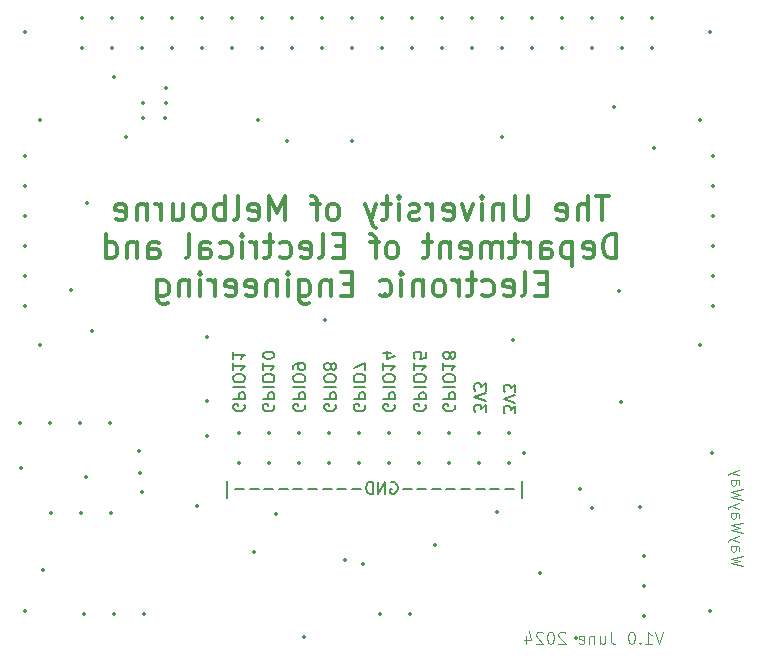
<source format=gbo>
%TF.GenerationSoftware,KiCad,Pcbnew,7.0.10*%
%TF.CreationDate,2024-08-04T17:12:35+10:00*%
%TF.ProjectId,AI4R-PIHAT,41493452-2d50-4494-9841-542e6b696361,rev?*%
%TF.SameCoordinates,Original*%
%TF.FileFunction,Legend,Bot*%
%TF.FilePolarity,Positive*%
%FSLAX46Y46*%
G04 Gerber Fmt 4.6, Leading zero omitted, Abs format (unit mm)*
G04 Created by KiCad (PCBNEW 7.0.10) date 2024-08-04 17:12:35*
%MOMM*%
%LPD*%
G01*
G04 APERTURE LIST*
%ADD10C,0.150000*%
%ADD11C,0.100000*%
%ADD12C,0.300000*%
%ADD13C,0.350000*%
G04 APERTURE END LIST*
D10*
X51882561Y-47039411D02*
X51930180Y-47134649D01*
X51930180Y-47134649D02*
X51930180Y-47277506D01*
X51930180Y-47277506D02*
X51882561Y-47420363D01*
X51882561Y-47420363D02*
X51787323Y-47515601D01*
X51787323Y-47515601D02*
X51692085Y-47563220D01*
X51692085Y-47563220D02*
X51501609Y-47610839D01*
X51501609Y-47610839D02*
X51358752Y-47610839D01*
X51358752Y-47610839D02*
X51168276Y-47563220D01*
X51168276Y-47563220D02*
X51073038Y-47515601D01*
X51073038Y-47515601D02*
X50977800Y-47420363D01*
X50977800Y-47420363D02*
X50930180Y-47277506D01*
X50930180Y-47277506D02*
X50930180Y-47182268D01*
X50930180Y-47182268D02*
X50977800Y-47039411D01*
X50977800Y-47039411D02*
X51025419Y-46991792D01*
X51025419Y-46991792D02*
X51358752Y-46991792D01*
X51358752Y-46991792D02*
X51358752Y-47182268D01*
X50930180Y-46563220D02*
X51930180Y-46563220D01*
X51930180Y-46563220D02*
X51930180Y-46182268D01*
X51930180Y-46182268D02*
X51882561Y-46087030D01*
X51882561Y-46087030D02*
X51834942Y-46039411D01*
X51834942Y-46039411D02*
X51739704Y-45991792D01*
X51739704Y-45991792D02*
X51596847Y-45991792D01*
X51596847Y-45991792D02*
X51501609Y-46039411D01*
X51501609Y-46039411D02*
X51453990Y-46087030D01*
X51453990Y-46087030D02*
X51406371Y-46182268D01*
X51406371Y-46182268D02*
X51406371Y-46563220D01*
X50930180Y-45563220D02*
X51930180Y-45563220D01*
X51930180Y-44896554D02*
X51930180Y-44706078D01*
X51930180Y-44706078D02*
X51882561Y-44610840D01*
X51882561Y-44610840D02*
X51787323Y-44515602D01*
X51787323Y-44515602D02*
X51596847Y-44467983D01*
X51596847Y-44467983D02*
X51263514Y-44467983D01*
X51263514Y-44467983D02*
X51073038Y-44515602D01*
X51073038Y-44515602D02*
X50977800Y-44610840D01*
X50977800Y-44610840D02*
X50930180Y-44706078D01*
X50930180Y-44706078D02*
X50930180Y-44896554D01*
X50930180Y-44896554D02*
X50977800Y-44991792D01*
X50977800Y-44991792D02*
X51073038Y-45087030D01*
X51073038Y-45087030D02*
X51263514Y-45134649D01*
X51263514Y-45134649D02*
X51596847Y-45134649D01*
X51596847Y-45134649D02*
X51787323Y-45087030D01*
X51787323Y-45087030D02*
X51882561Y-44991792D01*
X51882561Y-44991792D02*
X51930180Y-44896554D01*
X50930180Y-43515602D02*
X50930180Y-44087030D01*
X50930180Y-43801316D02*
X51930180Y-43801316D01*
X51930180Y-43801316D02*
X51787323Y-43896554D01*
X51787323Y-43896554D02*
X51692085Y-43991792D01*
X51692085Y-43991792D02*
X51644466Y-44087030D01*
X51501609Y-42944173D02*
X51549228Y-43039411D01*
X51549228Y-43039411D02*
X51596847Y-43087030D01*
X51596847Y-43087030D02*
X51692085Y-43134649D01*
X51692085Y-43134649D02*
X51739704Y-43134649D01*
X51739704Y-43134649D02*
X51834942Y-43087030D01*
X51834942Y-43087030D02*
X51882561Y-43039411D01*
X51882561Y-43039411D02*
X51930180Y-42944173D01*
X51930180Y-42944173D02*
X51930180Y-42753697D01*
X51930180Y-42753697D02*
X51882561Y-42658459D01*
X51882561Y-42658459D02*
X51834942Y-42610840D01*
X51834942Y-42610840D02*
X51739704Y-42563221D01*
X51739704Y-42563221D02*
X51692085Y-42563221D01*
X51692085Y-42563221D02*
X51596847Y-42610840D01*
X51596847Y-42610840D02*
X51549228Y-42658459D01*
X51549228Y-42658459D02*
X51501609Y-42753697D01*
X51501609Y-42753697D02*
X51501609Y-42944173D01*
X51501609Y-42944173D02*
X51453990Y-43039411D01*
X51453990Y-43039411D02*
X51406371Y-43087030D01*
X51406371Y-43087030D02*
X51311133Y-43134649D01*
X51311133Y-43134649D02*
X51120657Y-43134649D01*
X51120657Y-43134649D02*
X51025419Y-43087030D01*
X51025419Y-43087030D02*
X50977800Y-43039411D01*
X50977800Y-43039411D02*
X50930180Y-42944173D01*
X50930180Y-42944173D02*
X50930180Y-42753697D01*
X50930180Y-42753697D02*
X50977800Y-42658459D01*
X50977800Y-42658459D02*
X51025419Y-42610840D01*
X51025419Y-42610840D02*
X51120657Y-42563221D01*
X51120657Y-42563221D02*
X51311133Y-42563221D01*
X51311133Y-42563221D02*
X51406371Y-42610840D01*
X51406371Y-42610840D02*
X51453990Y-42658459D01*
X51453990Y-42658459D02*
X51501609Y-42753697D01*
X49382561Y-47039411D02*
X49430180Y-47134649D01*
X49430180Y-47134649D02*
X49430180Y-47277506D01*
X49430180Y-47277506D02*
X49382561Y-47420363D01*
X49382561Y-47420363D02*
X49287323Y-47515601D01*
X49287323Y-47515601D02*
X49192085Y-47563220D01*
X49192085Y-47563220D02*
X49001609Y-47610839D01*
X49001609Y-47610839D02*
X48858752Y-47610839D01*
X48858752Y-47610839D02*
X48668276Y-47563220D01*
X48668276Y-47563220D02*
X48573038Y-47515601D01*
X48573038Y-47515601D02*
X48477800Y-47420363D01*
X48477800Y-47420363D02*
X48430180Y-47277506D01*
X48430180Y-47277506D02*
X48430180Y-47182268D01*
X48430180Y-47182268D02*
X48477800Y-47039411D01*
X48477800Y-47039411D02*
X48525419Y-46991792D01*
X48525419Y-46991792D02*
X48858752Y-46991792D01*
X48858752Y-46991792D02*
X48858752Y-47182268D01*
X48430180Y-46563220D02*
X49430180Y-46563220D01*
X49430180Y-46563220D02*
X49430180Y-46182268D01*
X49430180Y-46182268D02*
X49382561Y-46087030D01*
X49382561Y-46087030D02*
X49334942Y-46039411D01*
X49334942Y-46039411D02*
X49239704Y-45991792D01*
X49239704Y-45991792D02*
X49096847Y-45991792D01*
X49096847Y-45991792D02*
X49001609Y-46039411D01*
X49001609Y-46039411D02*
X48953990Y-46087030D01*
X48953990Y-46087030D02*
X48906371Y-46182268D01*
X48906371Y-46182268D02*
X48906371Y-46563220D01*
X48430180Y-45563220D02*
X49430180Y-45563220D01*
X49430180Y-44896554D02*
X49430180Y-44706078D01*
X49430180Y-44706078D02*
X49382561Y-44610840D01*
X49382561Y-44610840D02*
X49287323Y-44515602D01*
X49287323Y-44515602D02*
X49096847Y-44467983D01*
X49096847Y-44467983D02*
X48763514Y-44467983D01*
X48763514Y-44467983D02*
X48573038Y-44515602D01*
X48573038Y-44515602D02*
X48477800Y-44610840D01*
X48477800Y-44610840D02*
X48430180Y-44706078D01*
X48430180Y-44706078D02*
X48430180Y-44896554D01*
X48430180Y-44896554D02*
X48477800Y-44991792D01*
X48477800Y-44991792D02*
X48573038Y-45087030D01*
X48573038Y-45087030D02*
X48763514Y-45134649D01*
X48763514Y-45134649D02*
X49096847Y-45134649D01*
X49096847Y-45134649D02*
X49287323Y-45087030D01*
X49287323Y-45087030D02*
X49382561Y-44991792D01*
X49382561Y-44991792D02*
X49430180Y-44896554D01*
X48430180Y-43515602D02*
X48430180Y-44087030D01*
X48430180Y-43801316D02*
X49430180Y-43801316D01*
X49430180Y-43801316D02*
X49287323Y-43896554D01*
X49287323Y-43896554D02*
X49192085Y-43991792D01*
X49192085Y-43991792D02*
X49144466Y-44087030D01*
X49430180Y-42610840D02*
X49430180Y-43087030D01*
X49430180Y-43087030D02*
X48953990Y-43134649D01*
X48953990Y-43134649D02*
X49001609Y-43087030D01*
X49001609Y-43087030D02*
X49049228Y-42991792D01*
X49049228Y-42991792D02*
X49049228Y-42753697D01*
X49049228Y-42753697D02*
X49001609Y-42658459D01*
X49001609Y-42658459D02*
X48953990Y-42610840D01*
X48953990Y-42610840D02*
X48858752Y-42563221D01*
X48858752Y-42563221D02*
X48620657Y-42563221D01*
X48620657Y-42563221D02*
X48525419Y-42610840D01*
X48525419Y-42610840D02*
X48477800Y-42658459D01*
X48477800Y-42658459D02*
X48430180Y-42753697D01*
X48430180Y-42753697D02*
X48430180Y-42991792D01*
X48430180Y-42991792D02*
X48477800Y-43087030D01*
X48477800Y-43087030D02*
X48525419Y-43134649D01*
D11*
X69538972Y-66272419D02*
X69205639Y-67272419D01*
X69205639Y-67272419D02*
X68872306Y-66272419D01*
X68015163Y-67272419D02*
X68586591Y-67272419D01*
X68300877Y-67272419D02*
X68300877Y-66272419D01*
X68300877Y-66272419D02*
X68396115Y-66415276D01*
X68396115Y-66415276D02*
X68491353Y-66510514D01*
X68491353Y-66510514D02*
X68586591Y-66558133D01*
X67586591Y-67177180D02*
X67538972Y-67224800D01*
X67538972Y-67224800D02*
X67586591Y-67272419D01*
X67586591Y-67272419D02*
X67634210Y-67224800D01*
X67634210Y-67224800D02*
X67586591Y-67177180D01*
X67586591Y-67177180D02*
X67586591Y-67272419D01*
X66919925Y-66272419D02*
X66824687Y-66272419D01*
X66824687Y-66272419D02*
X66729449Y-66320038D01*
X66729449Y-66320038D02*
X66681830Y-66367657D01*
X66681830Y-66367657D02*
X66634211Y-66462895D01*
X66634211Y-66462895D02*
X66586592Y-66653371D01*
X66586592Y-66653371D02*
X66586592Y-66891466D01*
X66586592Y-66891466D02*
X66634211Y-67081942D01*
X66634211Y-67081942D02*
X66681830Y-67177180D01*
X66681830Y-67177180D02*
X66729449Y-67224800D01*
X66729449Y-67224800D02*
X66824687Y-67272419D01*
X66824687Y-67272419D02*
X66919925Y-67272419D01*
X66919925Y-67272419D02*
X67015163Y-67224800D01*
X67015163Y-67224800D02*
X67062782Y-67177180D01*
X67062782Y-67177180D02*
X67110401Y-67081942D01*
X67110401Y-67081942D02*
X67158020Y-66891466D01*
X67158020Y-66891466D02*
X67158020Y-66653371D01*
X67158020Y-66653371D02*
X67110401Y-66462895D01*
X67110401Y-66462895D02*
X67062782Y-66367657D01*
X67062782Y-66367657D02*
X67015163Y-66320038D01*
X67015163Y-66320038D02*
X66919925Y-66272419D01*
X65110401Y-66272419D02*
X65110401Y-66986704D01*
X65110401Y-66986704D02*
X65158020Y-67129561D01*
X65158020Y-67129561D02*
X65253258Y-67224800D01*
X65253258Y-67224800D02*
X65396115Y-67272419D01*
X65396115Y-67272419D02*
X65491353Y-67272419D01*
X64205639Y-66605752D02*
X64205639Y-67272419D01*
X64634210Y-66605752D02*
X64634210Y-67129561D01*
X64634210Y-67129561D02*
X64586591Y-67224800D01*
X64586591Y-67224800D02*
X64491353Y-67272419D01*
X64491353Y-67272419D02*
X64348496Y-67272419D01*
X64348496Y-67272419D02*
X64253258Y-67224800D01*
X64253258Y-67224800D02*
X64205639Y-67177180D01*
X63729448Y-66605752D02*
X63729448Y-67272419D01*
X63729448Y-66700990D02*
X63681829Y-66653371D01*
X63681829Y-66653371D02*
X63586591Y-66605752D01*
X63586591Y-66605752D02*
X63443734Y-66605752D01*
X63443734Y-66605752D02*
X63348496Y-66653371D01*
X63348496Y-66653371D02*
X63300877Y-66748609D01*
X63300877Y-66748609D02*
X63300877Y-67272419D01*
X62443734Y-67224800D02*
X62538972Y-67272419D01*
X62538972Y-67272419D02*
X62729448Y-67272419D01*
X62729448Y-67272419D02*
X62824686Y-67224800D01*
X62824686Y-67224800D02*
X62872305Y-67129561D01*
X62872305Y-67129561D02*
X62872305Y-66748609D01*
X62872305Y-66748609D02*
X62824686Y-66653371D01*
X62824686Y-66653371D02*
X62729448Y-66605752D01*
X62729448Y-66605752D02*
X62538972Y-66605752D01*
X62538972Y-66605752D02*
X62443734Y-66653371D01*
X62443734Y-66653371D02*
X62396115Y-66748609D01*
X62396115Y-66748609D02*
X62396115Y-66843847D01*
X62396115Y-66843847D02*
X62872305Y-66939085D01*
X61253257Y-66367657D02*
X61205638Y-66320038D01*
X61205638Y-66320038D02*
X61110400Y-66272419D01*
X61110400Y-66272419D02*
X60872305Y-66272419D01*
X60872305Y-66272419D02*
X60777067Y-66320038D01*
X60777067Y-66320038D02*
X60729448Y-66367657D01*
X60729448Y-66367657D02*
X60681829Y-66462895D01*
X60681829Y-66462895D02*
X60681829Y-66558133D01*
X60681829Y-66558133D02*
X60729448Y-66700990D01*
X60729448Y-66700990D02*
X61300876Y-67272419D01*
X61300876Y-67272419D02*
X60681829Y-67272419D01*
X60062781Y-66272419D02*
X59967543Y-66272419D01*
X59967543Y-66272419D02*
X59872305Y-66320038D01*
X59872305Y-66320038D02*
X59824686Y-66367657D01*
X59824686Y-66367657D02*
X59777067Y-66462895D01*
X59777067Y-66462895D02*
X59729448Y-66653371D01*
X59729448Y-66653371D02*
X59729448Y-66891466D01*
X59729448Y-66891466D02*
X59777067Y-67081942D01*
X59777067Y-67081942D02*
X59824686Y-67177180D01*
X59824686Y-67177180D02*
X59872305Y-67224800D01*
X59872305Y-67224800D02*
X59967543Y-67272419D01*
X59967543Y-67272419D02*
X60062781Y-67272419D01*
X60062781Y-67272419D02*
X60158019Y-67224800D01*
X60158019Y-67224800D02*
X60205638Y-67177180D01*
X60205638Y-67177180D02*
X60253257Y-67081942D01*
X60253257Y-67081942D02*
X60300876Y-66891466D01*
X60300876Y-66891466D02*
X60300876Y-66653371D01*
X60300876Y-66653371D02*
X60253257Y-66462895D01*
X60253257Y-66462895D02*
X60205638Y-66367657D01*
X60205638Y-66367657D02*
X60158019Y-66320038D01*
X60158019Y-66320038D02*
X60062781Y-66272419D01*
X59348495Y-66367657D02*
X59300876Y-66320038D01*
X59300876Y-66320038D02*
X59205638Y-66272419D01*
X59205638Y-66272419D02*
X58967543Y-66272419D01*
X58967543Y-66272419D02*
X58872305Y-66320038D01*
X58872305Y-66320038D02*
X58824686Y-66367657D01*
X58824686Y-66367657D02*
X58777067Y-66462895D01*
X58777067Y-66462895D02*
X58777067Y-66558133D01*
X58777067Y-66558133D02*
X58824686Y-66700990D01*
X58824686Y-66700990D02*
X59396114Y-67272419D01*
X59396114Y-67272419D02*
X58777067Y-67272419D01*
X57919924Y-66605752D02*
X57919924Y-67272419D01*
X58158019Y-66224800D02*
X58396114Y-66939085D01*
X58396114Y-66939085D02*
X57777067Y-66939085D01*
D10*
X39182561Y-47039411D02*
X39230180Y-47134649D01*
X39230180Y-47134649D02*
X39230180Y-47277506D01*
X39230180Y-47277506D02*
X39182561Y-47420363D01*
X39182561Y-47420363D02*
X39087323Y-47515601D01*
X39087323Y-47515601D02*
X38992085Y-47563220D01*
X38992085Y-47563220D02*
X38801609Y-47610839D01*
X38801609Y-47610839D02*
X38658752Y-47610839D01*
X38658752Y-47610839D02*
X38468276Y-47563220D01*
X38468276Y-47563220D02*
X38373038Y-47515601D01*
X38373038Y-47515601D02*
X38277800Y-47420363D01*
X38277800Y-47420363D02*
X38230180Y-47277506D01*
X38230180Y-47277506D02*
X38230180Y-47182268D01*
X38230180Y-47182268D02*
X38277800Y-47039411D01*
X38277800Y-47039411D02*
X38325419Y-46991792D01*
X38325419Y-46991792D02*
X38658752Y-46991792D01*
X38658752Y-46991792D02*
X38658752Y-47182268D01*
X38230180Y-46563220D02*
X39230180Y-46563220D01*
X39230180Y-46563220D02*
X39230180Y-46182268D01*
X39230180Y-46182268D02*
X39182561Y-46087030D01*
X39182561Y-46087030D02*
X39134942Y-46039411D01*
X39134942Y-46039411D02*
X39039704Y-45991792D01*
X39039704Y-45991792D02*
X38896847Y-45991792D01*
X38896847Y-45991792D02*
X38801609Y-46039411D01*
X38801609Y-46039411D02*
X38753990Y-46087030D01*
X38753990Y-46087030D02*
X38706371Y-46182268D01*
X38706371Y-46182268D02*
X38706371Y-46563220D01*
X38230180Y-45563220D02*
X39230180Y-45563220D01*
X39230180Y-44896554D02*
X39230180Y-44706078D01*
X39230180Y-44706078D02*
X39182561Y-44610840D01*
X39182561Y-44610840D02*
X39087323Y-44515602D01*
X39087323Y-44515602D02*
X38896847Y-44467983D01*
X38896847Y-44467983D02*
X38563514Y-44467983D01*
X38563514Y-44467983D02*
X38373038Y-44515602D01*
X38373038Y-44515602D02*
X38277800Y-44610840D01*
X38277800Y-44610840D02*
X38230180Y-44706078D01*
X38230180Y-44706078D02*
X38230180Y-44896554D01*
X38230180Y-44896554D02*
X38277800Y-44991792D01*
X38277800Y-44991792D02*
X38373038Y-45087030D01*
X38373038Y-45087030D02*
X38563514Y-45134649D01*
X38563514Y-45134649D02*
X38896847Y-45134649D01*
X38896847Y-45134649D02*
X39087323Y-45087030D01*
X39087323Y-45087030D02*
X39182561Y-44991792D01*
X39182561Y-44991792D02*
X39230180Y-44896554D01*
X38230180Y-43991792D02*
X38230180Y-43801316D01*
X38230180Y-43801316D02*
X38277800Y-43706078D01*
X38277800Y-43706078D02*
X38325419Y-43658459D01*
X38325419Y-43658459D02*
X38468276Y-43563221D01*
X38468276Y-43563221D02*
X38658752Y-43515602D01*
X38658752Y-43515602D02*
X39039704Y-43515602D01*
X39039704Y-43515602D02*
X39134942Y-43563221D01*
X39134942Y-43563221D02*
X39182561Y-43610840D01*
X39182561Y-43610840D02*
X39230180Y-43706078D01*
X39230180Y-43706078D02*
X39230180Y-43896554D01*
X39230180Y-43896554D02*
X39182561Y-43991792D01*
X39182561Y-43991792D02*
X39134942Y-44039411D01*
X39134942Y-44039411D02*
X39039704Y-44087030D01*
X39039704Y-44087030D02*
X38801609Y-44087030D01*
X38801609Y-44087030D02*
X38706371Y-44039411D01*
X38706371Y-44039411D02*
X38658752Y-43991792D01*
X38658752Y-43991792D02*
X38611133Y-43896554D01*
X38611133Y-43896554D02*
X38611133Y-43706078D01*
X38611133Y-43706078D02*
X38658752Y-43610840D01*
X38658752Y-43610840D02*
X38706371Y-43563221D01*
X38706371Y-43563221D02*
X38801609Y-43515602D01*
X57625125Y-54903152D02*
X57625125Y-53474580D01*
X56910839Y-54188866D02*
X56148935Y-54188866D01*
X55672744Y-54188866D02*
X54910840Y-54188866D01*
X54434649Y-54188866D02*
X53672745Y-54188866D01*
X53196554Y-54188866D02*
X52434650Y-54188866D01*
X51958459Y-54188866D02*
X51196555Y-54188866D01*
X50720364Y-54188866D02*
X49958460Y-54188866D01*
X49482269Y-54188866D02*
X48720365Y-54188866D01*
X48244174Y-54188866D02*
X47482270Y-54188866D01*
X46482270Y-53617438D02*
X46577508Y-53569819D01*
X46577508Y-53569819D02*
X46720365Y-53569819D01*
X46720365Y-53569819D02*
X46863222Y-53617438D01*
X46863222Y-53617438D02*
X46958460Y-53712676D01*
X46958460Y-53712676D02*
X47006079Y-53807914D01*
X47006079Y-53807914D02*
X47053698Y-53998390D01*
X47053698Y-53998390D02*
X47053698Y-54141247D01*
X47053698Y-54141247D02*
X47006079Y-54331723D01*
X47006079Y-54331723D02*
X46958460Y-54426961D01*
X46958460Y-54426961D02*
X46863222Y-54522200D01*
X46863222Y-54522200D02*
X46720365Y-54569819D01*
X46720365Y-54569819D02*
X46625127Y-54569819D01*
X46625127Y-54569819D02*
X46482270Y-54522200D01*
X46482270Y-54522200D02*
X46434651Y-54474580D01*
X46434651Y-54474580D02*
X46434651Y-54141247D01*
X46434651Y-54141247D02*
X46625127Y-54141247D01*
X46006079Y-54569819D02*
X46006079Y-53569819D01*
X46006079Y-53569819D02*
X45434651Y-54569819D01*
X45434651Y-54569819D02*
X45434651Y-53569819D01*
X44958460Y-54569819D02*
X44958460Y-53569819D01*
X44958460Y-53569819D02*
X44720365Y-53569819D01*
X44720365Y-53569819D02*
X44577508Y-53617438D01*
X44577508Y-53617438D02*
X44482270Y-53712676D01*
X44482270Y-53712676D02*
X44434651Y-53807914D01*
X44434651Y-53807914D02*
X44387032Y-53998390D01*
X44387032Y-53998390D02*
X44387032Y-54141247D01*
X44387032Y-54141247D02*
X44434651Y-54331723D01*
X44434651Y-54331723D02*
X44482270Y-54426961D01*
X44482270Y-54426961D02*
X44577508Y-54522200D01*
X44577508Y-54522200D02*
X44720365Y-54569819D01*
X44720365Y-54569819D02*
X44958460Y-54569819D01*
X43958460Y-54188866D02*
X43196556Y-54188866D01*
X42720365Y-54188866D02*
X41958461Y-54188866D01*
X41482270Y-54188866D02*
X40720366Y-54188866D01*
X40244175Y-54188866D02*
X39482271Y-54188866D01*
X39006080Y-54188866D02*
X38244176Y-54188866D01*
X37767985Y-54188866D02*
X37006081Y-54188866D01*
X36529890Y-54188866D02*
X35767986Y-54188866D01*
X35291795Y-54188866D02*
X34529891Y-54188866D01*
X34053700Y-54188866D02*
X33291796Y-54188866D01*
X32577510Y-54903152D02*
X32577510Y-53474580D01*
X54530180Y-47658458D02*
X54530180Y-47039411D01*
X54530180Y-47039411D02*
X54149228Y-47372744D01*
X54149228Y-47372744D02*
X54149228Y-47229887D01*
X54149228Y-47229887D02*
X54101609Y-47134649D01*
X54101609Y-47134649D02*
X54053990Y-47087030D01*
X54053990Y-47087030D02*
X53958752Y-47039411D01*
X53958752Y-47039411D02*
X53720657Y-47039411D01*
X53720657Y-47039411D02*
X53625419Y-47087030D01*
X53625419Y-47087030D02*
X53577800Y-47134649D01*
X53577800Y-47134649D02*
X53530180Y-47229887D01*
X53530180Y-47229887D02*
X53530180Y-47515601D01*
X53530180Y-47515601D02*
X53577800Y-47610839D01*
X53577800Y-47610839D02*
X53625419Y-47658458D01*
X54530180Y-46753696D02*
X53530180Y-46420363D01*
X53530180Y-46420363D02*
X54530180Y-46087030D01*
X54530180Y-45848934D02*
X54530180Y-45229887D01*
X54530180Y-45229887D02*
X54149228Y-45563220D01*
X54149228Y-45563220D02*
X54149228Y-45420363D01*
X54149228Y-45420363D02*
X54101609Y-45325125D01*
X54101609Y-45325125D02*
X54053990Y-45277506D01*
X54053990Y-45277506D02*
X53958752Y-45229887D01*
X53958752Y-45229887D02*
X53720657Y-45229887D01*
X53720657Y-45229887D02*
X53625419Y-45277506D01*
X53625419Y-45277506D02*
X53577800Y-45325125D01*
X53577800Y-45325125D02*
X53530180Y-45420363D01*
X53530180Y-45420363D02*
X53530180Y-45706077D01*
X53530180Y-45706077D02*
X53577800Y-45801315D01*
X53577800Y-45801315D02*
X53625419Y-45848934D01*
X46782561Y-47039411D02*
X46830180Y-47134649D01*
X46830180Y-47134649D02*
X46830180Y-47277506D01*
X46830180Y-47277506D02*
X46782561Y-47420363D01*
X46782561Y-47420363D02*
X46687323Y-47515601D01*
X46687323Y-47515601D02*
X46592085Y-47563220D01*
X46592085Y-47563220D02*
X46401609Y-47610839D01*
X46401609Y-47610839D02*
X46258752Y-47610839D01*
X46258752Y-47610839D02*
X46068276Y-47563220D01*
X46068276Y-47563220D02*
X45973038Y-47515601D01*
X45973038Y-47515601D02*
X45877800Y-47420363D01*
X45877800Y-47420363D02*
X45830180Y-47277506D01*
X45830180Y-47277506D02*
X45830180Y-47182268D01*
X45830180Y-47182268D02*
X45877800Y-47039411D01*
X45877800Y-47039411D02*
X45925419Y-46991792D01*
X45925419Y-46991792D02*
X46258752Y-46991792D01*
X46258752Y-46991792D02*
X46258752Y-47182268D01*
X45830180Y-46563220D02*
X46830180Y-46563220D01*
X46830180Y-46563220D02*
X46830180Y-46182268D01*
X46830180Y-46182268D02*
X46782561Y-46087030D01*
X46782561Y-46087030D02*
X46734942Y-46039411D01*
X46734942Y-46039411D02*
X46639704Y-45991792D01*
X46639704Y-45991792D02*
X46496847Y-45991792D01*
X46496847Y-45991792D02*
X46401609Y-46039411D01*
X46401609Y-46039411D02*
X46353990Y-46087030D01*
X46353990Y-46087030D02*
X46306371Y-46182268D01*
X46306371Y-46182268D02*
X46306371Y-46563220D01*
X45830180Y-45563220D02*
X46830180Y-45563220D01*
X46830180Y-44896554D02*
X46830180Y-44706078D01*
X46830180Y-44706078D02*
X46782561Y-44610840D01*
X46782561Y-44610840D02*
X46687323Y-44515602D01*
X46687323Y-44515602D02*
X46496847Y-44467983D01*
X46496847Y-44467983D02*
X46163514Y-44467983D01*
X46163514Y-44467983D02*
X45973038Y-44515602D01*
X45973038Y-44515602D02*
X45877800Y-44610840D01*
X45877800Y-44610840D02*
X45830180Y-44706078D01*
X45830180Y-44706078D02*
X45830180Y-44896554D01*
X45830180Y-44896554D02*
X45877800Y-44991792D01*
X45877800Y-44991792D02*
X45973038Y-45087030D01*
X45973038Y-45087030D02*
X46163514Y-45134649D01*
X46163514Y-45134649D02*
X46496847Y-45134649D01*
X46496847Y-45134649D02*
X46687323Y-45087030D01*
X46687323Y-45087030D02*
X46782561Y-44991792D01*
X46782561Y-44991792D02*
X46830180Y-44896554D01*
X45830180Y-43515602D02*
X45830180Y-44087030D01*
X45830180Y-43801316D02*
X46830180Y-43801316D01*
X46830180Y-43801316D02*
X46687323Y-43896554D01*
X46687323Y-43896554D02*
X46592085Y-43991792D01*
X46592085Y-43991792D02*
X46544466Y-44087030D01*
X46496847Y-42658459D02*
X45830180Y-42658459D01*
X46877800Y-42896554D02*
X46163514Y-43134649D01*
X46163514Y-43134649D02*
X46163514Y-42515602D01*
X57030180Y-47758458D02*
X57030180Y-47139411D01*
X57030180Y-47139411D02*
X56649228Y-47472744D01*
X56649228Y-47472744D02*
X56649228Y-47329887D01*
X56649228Y-47329887D02*
X56601609Y-47234649D01*
X56601609Y-47234649D02*
X56553990Y-47187030D01*
X56553990Y-47187030D02*
X56458752Y-47139411D01*
X56458752Y-47139411D02*
X56220657Y-47139411D01*
X56220657Y-47139411D02*
X56125419Y-47187030D01*
X56125419Y-47187030D02*
X56077800Y-47234649D01*
X56077800Y-47234649D02*
X56030180Y-47329887D01*
X56030180Y-47329887D02*
X56030180Y-47615601D01*
X56030180Y-47615601D02*
X56077800Y-47710839D01*
X56077800Y-47710839D02*
X56125419Y-47758458D01*
X57030180Y-46853696D02*
X56030180Y-46520363D01*
X56030180Y-46520363D02*
X57030180Y-46187030D01*
X57030180Y-45948934D02*
X57030180Y-45329887D01*
X57030180Y-45329887D02*
X56649228Y-45663220D01*
X56649228Y-45663220D02*
X56649228Y-45520363D01*
X56649228Y-45520363D02*
X56601609Y-45425125D01*
X56601609Y-45425125D02*
X56553990Y-45377506D01*
X56553990Y-45377506D02*
X56458752Y-45329887D01*
X56458752Y-45329887D02*
X56220657Y-45329887D01*
X56220657Y-45329887D02*
X56125419Y-45377506D01*
X56125419Y-45377506D02*
X56077800Y-45425125D01*
X56077800Y-45425125D02*
X56030180Y-45520363D01*
X56030180Y-45520363D02*
X56030180Y-45806077D01*
X56030180Y-45806077D02*
X56077800Y-45901315D01*
X56077800Y-45901315D02*
X56125419Y-45948934D01*
D12*
X64961906Y-29399638D02*
X63819049Y-29399638D01*
X64390478Y-31399638D02*
X64390478Y-29399638D01*
X63152382Y-31399638D02*
X63152382Y-29399638D01*
X62295239Y-31399638D02*
X62295239Y-30352019D01*
X62295239Y-30352019D02*
X62390477Y-30161542D01*
X62390477Y-30161542D02*
X62580953Y-30066304D01*
X62580953Y-30066304D02*
X62866668Y-30066304D01*
X62866668Y-30066304D02*
X63057144Y-30161542D01*
X63057144Y-30161542D02*
X63152382Y-30256780D01*
X60580953Y-31304400D02*
X60771429Y-31399638D01*
X60771429Y-31399638D02*
X61152382Y-31399638D01*
X61152382Y-31399638D02*
X61342858Y-31304400D01*
X61342858Y-31304400D02*
X61438096Y-31113923D01*
X61438096Y-31113923D02*
X61438096Y-30352019D01*
X61438096Y-30352019D02*
X61342858Y-30161542D01*
X61342858Y-30161542D02*
X61152382Y-30066304D01*
X61152382Y-30066304D02*
X60771429Y-30066304D01*
X60771429Y-30066304D02*
X60580953Y-30161542D01*
X60580953Y-30161542D02*
X60485715Y-30352019D01*
X60485715Y-30352019D02*
X60485715Y-30542495D01*
X60485715Y-30542495D02*
X61438096Y-30732971D01*
X58104762Y-29399638D02*
X58104762Y-31018685D01*
X58104762Y-31018685D02*
X58009524Y-31209161D01*
X58009524Y-31209161D02*
X57914286Y-31304400D01*
X57914286Y-31304400D02*
X57723810Y-31399638D01*
X57723810Y-31399638D02*
X57342857Y-31399638D01*
X57342857Y-31399638D02*
X57152381Y-31304400D01*
X57152381Y-31304400D02*
X57057143Y-31209161D01*
X57057143Y-31209161D02*
X56961905Y-31018685D01*
X56961905Y-31018685D02*
X56961905Y-29399638D01*
X56009524Y-30066304D02*
X56009524Y-31399638D01*
X56009524Y-30256780D02*
X55914286Y-30161542D01*
X55914286Y-30161542D02*
X55723810Y-30066304D01*
X55723810Y-30066304D02*
X55438095Y-30066304D01*
X55438095Y-30066304D02*
X55247619Y-30161542D01*
X55247619Y-30161542D02*
X55152381Y-30352019D01*
X55152381Y-30352019D02*
X55152381Y-31399638D01*
X54200000Y-31399638D02*
X54200000Y-30066304D01*
X54200000Y-29399638D02*
X54295238Y-29494876D01*
X54295238Y-29494876D02*
X54200000Y-29590114D01*
X54200000Y-29590114D02*
X54104762Y-29494876D01*
X54104762Y-29494876D02*
X54200000Y-29399638D01*
X54200000Y-29399638D02*
X54200000Y-29590114D01*
X53438095Y-30066304D02*
X52961905Y-31399638D01*
X52961905Y-31399638D02*
X52485714Y-30066304D01*
X50961904Y-31304400D02*
X51152380Y-31399638D01*
X51152380Y-31399638D02*
X51533333Y-31399638D01*
X51533333Y-31399638D02*
X51723809Y-31304400D01*
X51723809Y-31304400D02*
X51819047Y-31113923D01*
X51819047Y-31113923D02*
X51819047Y-30352019D01*
X51819047Y-30352019D02*
X51723809Y-30161542D01*
X51723809Y-30161542D02*
X51533333Y-30066304D01*
X51533333Y-30066304D02*
X51152380Y-30066304D01*
X51152380Y-30066304D02*
X50961904Y-30161542D01*
X50961904Y-30161542D02*
X50866666Y-30352019D01*
X50866666Y-30352019D02*
X50866666Y-30542495D01*
X50866666Y-30542495D02*
X51819047Y-30732971D01*
X50009523Y-31399638D02*
X50009523Y-30066304D01*
X50009523Y-30447257D02*
X49914285Y-30256780D01*
X49914285Y-30256780D02*
X49819047Y-30161542D01*
X49819047Y-30161542D02*
X49628571Y-30066304D01*
X49628571Y-30066304D02*
X49438094Y-30066304D01*
X48866666Y-31304400D02*
X48676190Y-31399638D01*
X48676190Y-31399638D02*
X48295238Y-31399638D01*
X48295238Y-31399638D02*
X48104761Y-31304400D01*
X48104761Y-31304400D02*
X48009523Y-31113923D01*
X48009523Y-31113923D02*
X48009523Y-31018685D01*
X48009523Y-31018685D02*
X48104761Y-30828209D01*
X48104761Y-30828209D02*
X48295238Y-30732971D01*
X48295238Y-30732971D02*
X48580952Y-30732971D01*
X48580952Y-30732971D02*
X48771428Y-30637733D01*
X48771428Y-30637733D02*
X48866666Y-30447257D01*
X48866666Y-30447257D02*
X48866666Y-30352019D01*
X48866666Y-30352019D02*
X48771428Y-30161542D01*
X48771428Y-30161542D02*
X48580952Y-30066304D01*
X48580952Y-30066304D02*
X48295238Y-30066304D01*
X48295238Y-30066304D02*
X48104761Y-30161542D01*
X47152380Y-31399638D02*
X47152380Y-30066304D01*
X47152380Y-29399638D02*
X47247618Y-29494876D01*
X47247618Y-29494876D02*
X47152380Y-29590114D01*
X47152380Y-29590114D02*
X47057142Y-29494876D01*
X47057142Y-29494876D02*
X47152380Y-29399638D01*
X47152380Y-29399638D02*
X47152380Y-29590114D01*
X46485713Y-30066304D02*
X45723809Y-30066304D01*
X46199999Y-29399638D02*
X46199999Y-31113923D01*
X46199999Y-31113923D02*
X46104761Y-31304400D01*
X46104761Y-31304400D02*
X45914285Y-31399638D01*
X45914285Y-31399638D02*
X45723809Y-31399638D01*
X45247618Y-30066304D02*
X44771428Y-31399638D01*
X44295237Y-30066304D02*
X44771428Y-31399638D01*
X44771428Y-31399638D02*
X44961904Y-31875828D01*
X44961904Y-31875828D02*
X45057142Y-31971066D01*
X45057142Y-31971066D02*
X45247618Y-32066304D01*
X41723808Y-31399638D02*
X41914284Y-31304400D01*
X41914284Y-31304400D02*
X42009522Y-31209161D01*
X42009522Y-31209161D02*
X42104760Y-31018685D01*
X42104760Y-31018685D02*
X42104760Y-30447257D01*
X42104760Y-30447257D02*
X42009522Y-30256780D01*
X42009522Y-30256780D02*
X41914284Y-30161542D01*
X41914284Y-30161542D02*
X41723808Y-30066304D01*
X41723808Y-30066304D02*
X41438093Y-30066304D01*
X41438093Y-30066304D02*
X41247617Y-30161542D01*
X41247617Y-30161542D02*
X41152379Y-30256780D01*
X41152379Y-30256780D02*
X41057141Y-30447257D01*
X41057141Y-30447257D02*
X41057141Y-31018685D01*
X41057141Y-31018685D02*
X41152379Y-31209161D01*
X41152379Y-31209161D02*
X41247617Y-31304400D01*
X41247617Y-31304400D02*
X41438093Y-31399638D01*
X41438093Y-31399638D02*
X41723808Y-31399638D01*
X40485712Y-30066304D02*
X39723808Y-30066304D01*
X40199998Y-31399638D02*
X40199998Y-29685352D01*
X40199998Y-29685352D02*
X40104760Y-29494876D01*
X40104760Y-29494876D02*
X39914284Y-29399638D01*
X39914284Y-29399638D02*
X39723808Y-29399638D01*
X37533331Y-31399638D02*
X37533331Y-29399638D01*
X37533331Y-29399638D02*
X36866664Y-30828209D01*
X36866664Y-30828209D02*
X36199998Y-29399638D01*
X36199998Y-29399638D02*
X36199998Y-31399638D01*
X34485712Y-31304400D02*
X34676188Y-31399638D01*
X34676188Y-31399638D02*
X35057141Y-31399638D01*
X35057141Y-31399638D02*
X35247617Y-31304400D01*
X35247617Y-31304400D02*
X35342855Y-31113923D01*
X35342855Y-31113923D02*
X35342855Y-30352019D01*
X35342855Y-30352019D02*
X35247617Y-30161542D01*
X35247617Y-30161542D02*
X35057141Y-30066304D01*
X35057141Y-30066304D02*
X34676188Y-30066304D01*
X34676188Y-30066304D02*
X34485712Y-30161542D01*
X34485712Y-30161542D02*
X34390474Y-30352019D01*
X34390474Y-30352019D02*
X34390474Y-30542495D01*
X34390474Y-30542495D02*
X35342855Y-30732971D01*
X33247617Y-31399638D02*
X33438093Y-31304400D01*
X33438093Y-31304400D02*
X33533331Y-31113923D01*
X33533331Y-31113923D02*
X33533331Y-29399638D01*
X32485712Y-31399638D02*
X32485712Y-29399638D01*
X32485712Y-30161542D02*
X32295236Y-30066304D01*
X32295236Y-30066304D02*
X31914283Y-30066304D01*
X31914283Y-30066304D02*
X31723807Y-30161542D01*
X31723807Y-30161542D02*
X31628569Y-30256780D01*
X31628569Y-30256780D02*
X31533331Y-30447257D01*
X31533331Y-30447257D02*
X31533331Y-31018685D01*
X31533331Y-31018685D02*
X31628569Y-31209161D01*
X31628569Y-31209161D02*
X31723807Y-31304400D01*
X31723807Y-31304400D02*
X31914283Y-31399638D01*
X31914283Y-31399638D02*
X32295236Y-31399638D01*
X32295236Y-31399638D02*
X32485712Y-31304400D01*
X30390474Y-31399638D02*
X30580950Y-31304400D01*
X30580950Y-31304400D02*
X30676188Y-31209161D01*
X30676188Y-31209161D02*
X30771426Y-31018685D01*
X30771426Y-31018685D02*
X30771426Y-30447257D01*
X30771426Y-30447257D02*
X30676188Y-30256780D01*
X30676188Y-30256780D02*
X30580950Y-30161542D01*
X30580950Y-30161542D02*
X30390474Y-30066304D01*
X30390474Y-30066304D02*
X30104759Y-30066304D01*
X30104759Y-30066304D02*
X29914283Y-30161542D01*
X29914283Y-30161542D02*
X29819045Y-30256780D01*
X29819045Y-30256780D02*
X29723807Y-30447257D01*
X29723807Y-30447257D02*
X29723807Y-31018685D01*
X29723807Y-31018685D02*
X29819045Y-31209161D01*
X29819045Y-31209161D02*
X29914283Y-31304400D01*
X29914283Y-31304400D02*
X30104759Y-31399638D01*
X30104759Y-31399638D02*
X30390474Y-31399638D01*
X28009521Y-30066304D02*
X28009521Y-31399638D01*
X28866664Y-30066304D02*
X28866664Y-31113923D01*
X28866664Y-31113923D02*
X28771426Y-31304400D01*
X28771426Y-31304400D02*
X28580950Y-31399638D01*
X28580950Y-31399638D02*
X28295235Y-31399638D01*
X28295235Y-31399638D02*
X28104759Y-31304400D01*
X28104759Y-31304400D02*
X28009521Y-31209161D01*
X27057140Y-31399638D02*
X27057140Y-30066304D01*
X27057140Y-30447257D02*
X26961902Y-30256780D01*
X26961902Y-30256780D02*
X26866664Y-30161542D01*
X26866664Y-30161542D02*
X26676188Y-30066304D01*
X26676188Y-30066304D02*
X26485711Y-30066304D01*
X25819045Y-30066304D02*
X25819045Y-31399638D01*
X25819045Y-30256780D02*
X25723807Y-30161542D01*
X25723807Y-30161542D02*
X25533331Y-30066304D01*
X25533331Y-30066304D02*
X25247616Y-30066304D01*
X25247616Y-30066304D02*
X25057140Y-30161542D01*
X25057140Y-30161542D02*
X24961902Y-30352019D01*
X24961902Y-30352019D02*
X24961902Y-31399638D01*
X23247616Y-31304400D02*
X23438092Y-31399638D01*
X23438092Y-31399638D02*
X23819045Y-31399638D01*
X23819045Y-31399638D02*
X24009521Y-31304400D01*
X24009521Y-31304400D02*
X24104759Y-31113923D01*
X24104759Y-31113923D02*
X24104759Y-30352019D01*
X24104759Y-30352019D02*
X24009521Y-30161542D01*
X24009521Y-30161542D02*
X23819045Y-30066304D01*
X23819045Y-30066304D02*
X23438092Y-30066304D01*
X23438092Y-30066304D02*
X23247616Y-30161542D01*
X23247616Y-30161542D02*
X23152378Y-30352019D01*
X23152378Y-30352019D02*
X23152378Y-30542495D01*
X23152378Y-30542495D02*
X24104759Y-30732971D01*
X65580954Y-34619638D02*
X65580954Y-32619638D01*
X65580954Y-32619638D02*
X65104764Y-32619638D01*
X65104764Y-32619638D02*
X64819049Y-32714876D01*
X64819049Y-32714876D02*
X64628573Y-32905352D01*
X64628573Y-32905352D02*
X64533335Y-33095828D01*
X64533335Y-33095828D02*
X64438097Y-33476780D01*
X64438097Y-33476780D02*
X64438097Y-33762495D01*
X64438097Y-33762495D02*
X64533335Y-34143447D01*
X64533335Y-34143447D02*
X64628573Y-34333923D01*
X64628573Y-34333923D02*
X64819049Y-34524400D01*
X64819049Y-34524400D02*
X65104764Y-34619638D01*
X65104764Y-34619638D02*
X65580954Y-34619638D01*
X62819049Y-34524400D02*
X63009525Y-34619638D01*
X63009525Y-34619638D02*
X63390478Y-34619638D01*
X63390478Y-34619638D02*
X63580954Y-34524400D01*
X63580954Y-34524400D02*
X63676192Y-34333923D01*
X63676192Y-34333923D02*
X63676192Y-33572019D01*
X63676192Y-33572019D02*
X63580954Y-33381542D01*
X63580954Y-33381542D02*
X63390478Y-33286304D01*
X63390478Y-33286304D02*
X63009525Y-33286304D01*
X63009525Y-33286304D02*
X62819049Y-33381542D01*
X62819049Y-33381542D02*
X62723811Y-33572019D01*
X62723811Y-33572019D02*
X62723811Y-33762495D01*
X62723811Y-33762495D02*
X63676192Y-33952971D01*
X61866668Y-33286304D02*
X61866668Y-35286304D01*
X61866668Y-33381542D02*
X61676192Y-33286304D01*
X61676192Y-33286304D02*
X61295239Y-33286304D01*
X61295239Y-33286304D02*
X61104763Y-33381542D01*
X61104763Y-33381542D02*
X61009525Y-33476780D01*
X61009525Y-33476780D02*
X60914287Y-33667257D01*
X60914287Y-33667257D02*
X60914287Y-34238685D01*
X60914287Y-34238685D02*
X61009525Y-34429161D01*
X61009525Y-34429161D02*
X61104763Y-34524400D01*
X61104763Y-34524400D02*
X61295239Y-34619638D01*
X61295239Y-34619638D02*
X61676192Y-34619638D01*
X61676192Y-34619638D02*
X61866668Y-34524400D01*
X59200001Y-34619638D02*
X59200001Y-33572019D01*
X59200001Y-33572019D02*
X59295239Y-33381542D01*
X59295239Y-33381542D02*
X59485715Y-33286304D01*
X59485715Y-33286304D02*
X59866668Y-33286304D01*
X59866668Y-33286304D02*
X60057144Y-33381542D01*
X59200001Y-34524400D02*
X59390477Y-34619638D01*
X59390477Y-34619638D02*
X59866668Y-34619638D01*
X59866668Y-34619638D02*
X60057144Y-34524400D01*
X60057144Y-34524400D02*
X60152382Y-34333923D01*
X60152382Y-34333923D02*
X60152382Y-34143447D01*
X60152382Y-34143447D02*
X60057144Y-33952971D01*
X60057144Y-33952971D02*
X59866668Y-33857733D01*
X59866668Y-33857733D02*
X59390477Y-33857733D01*
X59390477Y-33857733D02*
X59200001Y-33762495D01*
X58247620Y-34619638D02*
X58247620Y-33286304D01*
X58247620Y-33667257D02*
X58152382Y-33476780D01*
X58152382Y-33476780D02*
X58057144Y-33381542D01*
X58057144Y-33381542D02*
X57866668Y-33286304D01*
X57866668Y-33286304D02*
X57676191Y-33286304D01*
X57295239Y-33286304D02*
X56533335Y-33286304D01*
X57009525Y-32619638D02*
X57009525Y-34333923D01*
X57009525Y-34333923D02*
X56914287Y-34524400D01*
X56914287Y-34524400D02*
X56723811Y-34619638D01*
X56723811Y-34619638D02*
X56533335Y-34619638D01*
X55866668Y-34619638D02*
X55866668Y-33286304D01*
X55866668Y-33476780D02*
X55771430Y-33381542D01*
X55771430Y-33381542D02*
X55580954Y-33286304D01*
X55580954Y-33286304D02*
X55295239Y-33286304D01*
X55295239Y-33286304D02*
X55104763Y-33381542D01*
X55104763Y-33381542D02*
X55009525Y-33572019D01*
X55009525Y-33572019D02*
X55009525Y-34619638D01*
X55009525Y-33572019D02*
X54914287Y-33381542D01*
X54914287Y-33381542D02*
X54723811Y-33286304D01*
X54723811Y-33286304D02*
X54438097Y-33286304D01*
X54438097Y-33286304D02*
X54247620Y-33381542D01*
X54247620Y-33381542D02*
X54152382Y-33572019D01*
X54152382Y-33572019D02*
X54152382Y-34619638D01*
X52438096Y-34524400D02*
X52628572Y-34619638D01*
X52628572Y-34619638D02*
X53009525Y-34619638D01*
X53009525Y-34619638D02*
X53200001Y-34524400D01*
X53200001Y-34524400D02*
X53295239Y-34333923D01*
X53295239Y-34333923D02*
X53295239Y-33572019D01*
X53295239Y-33572019D02*
X53200001Y-33381542D01*
X53200001Y-33381542D02*
X53009525Y-33286304D01*
X53009525Y-33286304D02*
X52628572Y-33286304D01*
X52628572Y-33286304D02*
X52438096Y-33381542D01*
X52438096Y-33381542D02*
X52342858Y-33572019D01*
X52342858Y-33572019D02*
X52342858Y-33762495D01*
X52342858Y-33762495D02*
X53295239Y-33952971D01*
X51485715Y-33286304D02*
X51485715Y-34619638D01*
X51485715Y-33476780D02*
X51390477Y-33381542D01*
X51390477Y-33381542D02*
X51200001Y-33286304D01*
X51200001Y-33286304D02*
X50914286Y-33286304D01*
X50914286Y-33286304D02*
X50723810Y-33381542D01*
X50723810Y-33381542D02*
X50628572Y-33572019D01*
X50628572Y-33572019D02*
X50628572Y-34619638D01*
X49961905Y-33286304D02*
X49200001Y-33286304D01*
X49676191Y-32619638D02*
X49676191Y-34333923D01*
X49676191Y-34333923D02*
X49580953Y-34524400D01*
X49580953Y-34524400D02*
X49390477Y-34619638D01*
X49390477Y-34619638D02*
X49200001Y-34619638D01*
X46723810Y-34619638D02*
X46914286Y-34524400D01*
X46914286Y-34524400D02*
X47009524Y-34429161D01*
X47009524Y-34429161D02*
X47104762Y-34238685D01*
X47104762Y-34238685D02*
X47104762Y-33667257D01*
X47104762Y-33667257D02*
X47009524Y-33476780D01*
X47009524Y-33476780D02*
X46914286Y-33381542D01*
X46914286Y-33381542D02*
X46723810Y-33286304D01*
X46723810Y-33286304D02*
X46438095Y-33286304D01*
X46438095Y-33286304D02*
X46247619Y-33381542D01*
X46247619Y-33381542D02*
X46152381Y-33476780D01*
X46152381Y-33476780D02*
X46057143Y-33667257D01*
X46057143Y-33667257D02*
X46057143Y-34238685D01*
X46057143Y-34238685D02*
X46152381Y-34429161D01*
X46152381Y-34429161D02*
X46247619Y-34524400D01*
X46247619Y-34524400D02*
X46438095Y-34619638D01*
X46438095Y-34619638D02*
X46723810Y-34619638D01*
X45485714Y-33286304D02*
X44723810Y-33286304D01*
X45200000Y-34619638D02*
X45200000Y-32905352D01*
X45200000Y-32905352D02*
X45104762Y-32714876D01*
X45104762Y-32714876D02*
X44914286Y-32619638D01*
X44914286Y-32619638D02*
X44723810Y-32619638D01*
X42533333Y-33572019D02*
X41866666Y-33572019D01*
X41580952Y-34619638D02*
X42533333Y-34619638D01*
X42533333Y-34619638D02*
X42533333Y-32619638D01*
X42533333Y-32619638D02*
X41580952Y-32619638D01*
X40438095Y-34619638D02*
X40628571Y-34524400D01*
X40628571Y-34524400D02*
X40723809Y-34333923D01*
X40723809Y-34333923D02*
X40723809Y-32619638D01*
X38914285Y-34524400D02*
X39104761Y-34619638D01*
X39104761Y-34619638D02*
X39485714Y-34619638D01*
X39485714Y-34619638D02*
X39676190Y-34524400D01*
X39676190Y-34524400D02*
X39771428Y-34333923D01*
X39771428Y-34333923D02*
X39771428Y-33572019D01*
X39771428Y-33572019D02*
X39676190Y-33381542D01*
X39676190Y-33381542D02*
X39485714Y-33286304D01*
X39485714Y-33286304D02*
X39104761Y-33286304D01*
X39104761Y-33286304D02*
X38914285Y-33381542D01*
X38914285Y-33381542D02*
X38819047Y-33572019D01*
X38819047Y-33572019D02*
X38819047Y-33762495D01*
X38819047Y-33762495D02*
X39771428Y-33952971D01*
X37104761Y-34524400D02*
X37295237Y-34619638D01*
X37295237Y-34619638D02*
X37676190Y-34619638D01*
X37676190Y-34619638D02*
X37866666Y-34524400D01*
X37866666Y-34524400D02*
X37961904Y-34429161D01*
X37961904Y-34429161D02*
X38057142Y-34238685D01*
X38057142Y-34238685D02*
X38057142Y-33667257D01*
X38057142Y-33667257D02*
X37961904Y-33476780D01*
X37961904Y-33476780D02*
X37866666Y-33381542D01*
X37866666Y-33381542D02*
X37676190Y-33286304D01*
X37676190Y-33286304D02*
X37295237Y-33286304D01*
X37295237Y-33286304D02*
X37104761Y-33381542D01*
X36533332Y-33286304D02*
X35771428Y-33286304D01*
X36247618Y-32619638D02*
X36247618Y-34333923D01*
X36247618Y-34333923D02*
X36152380Y-34524400D01*
X36152380Y-34524400D02*
X35961904Y-34619638D01*
X35961904Y-34619638D02*
X35771428Y-34619638D01*
X35104761Y-34619638D02*
X35104761Y-33286304D01*
X35104761Y-33667257D02*
X35009523Y-33476780D01*
X35009523Y-33476780D02*
X34914285Y-33381542D01*
X34914285Y-33381542D02*
X34723809Y-33286304D01*
X34723809Y-33286304D02*
X34533332Y-33286304D01*
X33866666Y-34619638D02*
X33866666Y-33286304D01*
X33866666Y-32619638D02*
X33961904Y-32714876D01*
X33961904Y-32714876D02*
X33866666Y-32810114D01*
X33866666Y-32810114D02*
X33771428Y-32714876D01*
X33771428Y-32714876D02*
X33866666Y-32619638D01*
X33866666Y-32619638D02*
X33866666Y-32810114D01*
X32057142Y-34524400D02*
X32247618Y-34619638D01*
X32247618Y-34619638D02*
X32628571Y-34619638D01*
X32628571Y-34619638D02*
X32819047Y-34524400D01*
X32819047Y-34524400D02*
X32914285Y-34429161D01*
X32914285Y-34429161D02*
X33009523Y-34238685D01*
X33009523Y-34238685D02*
X33009523Y-33667257D01*
X33009523Y-33667257D02*
X32914285Y-33476780D01*
X32914285Y-33476780D02*
X32819047Y-33381542D01*
X32819047Y-33381542D02*
X32628571Y-33286304D01*
X32628571Y-33286304D02*
X32247618Y-33286304D01*
X32247618Y-33286304D02*
X32057142Y-33381542D01*
X30342856Y-34619638D02*
X30342856Y-33572019D01*
X30342856Y-33572019D02*
X30438094Y-33381542D01*
X30438094Y-33381542D02*
X30628570Y-33286304D01*
X30628570Y-33286304D02*
X31009523Y-33286304D01*
X31009523Y-33286304D02*
X31199999Y-33381542D01*
X30342856Y-34524400D02*
X30533332Y-34619638D01*
X30533332Y-34619638D02*
X31009523Y-34619638D01*
X31009523Y-34619638D02*
X31199999Y-34524400D01*
X31199999Y-34524400D02*
X31295237Y-34333923D01*
X31295237Y-34333923D02*
X31295237Y-34143447D01*
X31295237Y-34143447D02*
X31199999Y-33952971D01*
X31199999Y-33952971D02*
X31009523Y-33857733D01*
X31009523Y-33857733D02*
X30533332Y-33857733D01*
X30533332Y-33857733D02*
X30342856Y-33762495D01*
X29104761Y-34619638D02*
X29295237Y-34524400D01*
X29295237Y-34524400D02*
X29390475Y-34333923D01*
X29390475Y-34333923D02*
X29390475Y-32619638D01*
X25961903Y-34619638D02*
X25961903Y-33572019D01*
X25961903Y-33572019D02*
X26057141Y-33381542D01*
X26057141Y-33381542D02*
X26247617Y-33286304D01*
X26247617Y-33286304D02*
X26628570Y-33286304D01*
X26628570Y-33286304D02*
X26819046Y-33381542D01*
X25961903Y-34524400D02*
X26152379Y-34619638D01*
X26152379Y-34619638D02*
X26628570Y-34619638D01*
X26628570Y-34619638D02*
X26819046Y-34524400D01*
X26819046Y-34524400D02*
X26914284Y-34333923D01*
X26914284Y-34333923D02*
X26914284Y-34143447D01*
X26914284Y-34143447D02*
X26819046Y-33952971D01*
X26819046Y-33952971D02*
X26628570Y-33857733D01*
X26628570Y-33857733D02*
X26152379Y-33857733D01*
X26152379Y-33857733D02*
X25961903Y-33762495D01*
X25009522Y-33286304D02*
X25009522Y-34619638D01*
X25009522Y-33476780D02*
X24914284Y-33381542D01*
X24914284Y-33381542D02*
X24723808Y-33286304D01*
X24723808Y-33286304D02*
X24438093Y-33286304D01*
X24438093Y-33286304D02*
X24247617Y-33381542D01*
X24247617Y-33381542D02*
X24152379Y-33572019D01*
X24152379Y-33572019D02*
X24152379Y-34619638D01*
X22342855Y-34619638D02*
X22342855Y-32619638D01*
X22342855Y-34524400D02*
X22533331Y-34619638D01*
X22533331Y-34619638D02*
X22914284Y-34619638D01*
X22914284Y-34619638D02*
X23104760Y-34524400D01*
X23104760Y-34524400D02*
X23199998Y-34429161D01*
X23199998Y-34429161D02*
X23295236Y-34238685D01*
X23295236Y-34238685D02*
X23295236Y-33667257D01*
X23295236Y-33667257D02*
X23199998Y-33476780D01*
X23199998Y-33476780D02*
X23104760Y-33381542D01*
X23104760Y-33381542D02*
X22914284Y-33286304D01*
X22914284Y-33286304D02*
X22533331Y-33286304D01*
X22533331Y-33286304D02*
X22342855Y-33381542D01*
X59676191Y-36792019D02*
X59009524Y-36792019D01*
X58723810Y-37839638D02*
X59676191Y-37839638D01*
X59676191Y-37839638D02*
X59676191Y-35839638D01*
X59676191Y-35839638D02*
X58723810Y-35839638D01*
X57580953Y-37839638D02*
X57771429Y-37744400D01*
X57771429Y-37744400D02*
X57866667Y-37553923D01*
X57866667Y-37553923D02*
X57866667Y-35839638D01*
X56057143Y-37744400D02*
X56247619Y-37839638D01*
X56247619Y-37839638D02*
X56628572Y-37839638D01*
X56628572Y-37839638D02*
X56819048Y-37744400D01*
X56819048Y-37744400D02*
X56914286Y-37553923D01*
X56914286Y-37553923D02*
X56914286Y-36792019D01*
X56914286Y-36792019D02*
X56819048Y-36601542D01*
X56819048Y-36601542D02*
X56628572Y-36506304D01*
X56628572Y-36506304D02*
X56247619Y-36506304D01*
X56247619Y-36506304D02*
X56057143Y-36601542D01*
X56057143Y-36601542D02*
X55961905Y-36792019D01*
X55961905Y-36792019D02*
X55961905Y-36982495D01*
X55961905Y-36982495D02*
X56914286Y-37172971D01*
X54247619Y-37744400D02*
X54438095Y-37839638D01*
X54438095Y-37839638D02*
X54819048Y-37839638D01*
X54819048Y-37839638D02*
X55009524Y-37744400D01*
X55009524Y-37744400D02*
X55104762Y-37649161D01*
X55104762Y-37649161D02*
X55200000Y-37458685D01*
X55200000Y-37458685D02*
X55200000Y-36887257D01*
X55200000Y-36887257D02*
X55104762Y-36696780D01*
X55104762Y-36696780D02*
X55009524Y-36601542D01*
X55009524Y-36601542D02*
X54819048Y-36506304D01*
X54819048Y-36506304D02*
X54438095Y-36506304D01*
X54438095Y-36506304D02*
X54247619Y-36601542D01*
X53676190Y-36506304D02*
X52914286Y-36506304D01*
X53390476Y-35839638D02*
X53390476Y-37553923D01*
X53390476Y-37553923D02*
X53295238Y-37744400D01*
X53295238Y-37744400D02*
X53104762Y-37839638D01*
X53104762Y-37839638D02*
X52914286Y-37839638D01*
X52247619Y-37839638D02*
X52247619Y-36506304D01*
X52247619Y-36887257D02*
X52152381Y-36696780D01*
X52152381Y-36696780D02*
X52057143Y-36601542D01*
X52057143Y-36601542D02*
X51866667Y-36506304D01*
X51866667Y-36506304D02*
X51676190Y-36506304D01*
X50723810Y-37839638D02*
X50914286Y-37744400D01*
X50914286Y-37744400D02*
X51009524Y-37649161D01*
X51009524Y-37649161D02*
X51104762Y-37458685D01*
X51104762Y-37458685D02*
X51104762Y-36887257D01*
X51104762Y-36887257D02*
X51009524Y-36696780D01*
X51009524Y-36696780D02*
X50914286Y-36601542D01*
X50914286Y-36601542D02*
X50723810Y-36506304D01*
X50723810Y-36506304D02*
X50438095Y-36506304D01*
X50438095Y-36506304D02*
X50247619Y-36601542D01*
X50247619Y-36601542D02*
X50152381Y-36696780D01*
X50152381Y-36696780D02*
X50057143Y-36887257D01*
X50057143Y-36887257D02*
X50057143Y-37458685D01*
X50057143Y-37458685D02*
X50152381Y-37649161D01*
X50152381Y-37649161D02*
X50247619Y-37744400D01*
X50247619Y-37744400D02*
X50438095Y-37839638D01*
X50438095Y-37839638D02*
X50723810Y-37839638D01*
X49200000Y-36506304D02*
X49200000Y-37839638D01*
X49200000Y-36696780D02*
X49104762Y-36601542D01*
X49104762Y-36601542D02*
X48914286Y-36506304D01*
X48914286Y-36506304D02*
X48628571Y-36506304D01*
X48628571Y-36506304D02*
X48438095Y-36601542D01*
X48438095Y-36601542D02*
X48342857Y-36792019D01*
X48342857Y-36792019D02*
X48342857Y-37839638D01*
X47390476Y-37839638D02*
X47390476Y-36506304D01*
X47390476Y-35839638D02*
X47485714Y-35934876D01*
X47485714Y-35934876D02*
X47390476Y-36030114D01*
X47390476Y-36030114D02*
X47295238Y-35934876D01*
X47295238Y-35934876D02*
X47390476Y-35839638D01*
X47390476Y-35839638D02*
X47390476Y-36030114D01*
X45580952Y-37744400D02*
X45771428Y-37839638D01*
X45771428Y-37839638D02*
X46152381Y-37839638D01*
X46152381Y-37839638D02*
X46342857Y-37744400D01*
X46342857Y-37744400D02*
X46438095Y-37649161D01*
X46438095Y-37649161D02*
X46533333Y-37458685D01*
X46533333Y-37458685D02*
X46533333Y-36887257D01*
X46533333Y-36887257D02*
X46438095Y-36696780D01*
X46438095Y-36696780D02*
X46342857Y-36601542D01*
X46342857Y-36601542D02*
X46152381Y-36506304D01*
X46152381Y-36506304D02*
X45771428Y-36506304D01*
X45771428Y-36506304D02*
X45580952Y-36601542D01*
X43199999Y-36792019D02*
X42533332Y-36792019D01*
X42247618Y-37839638D02*
X43199999Y-37839638D01*
X43199999Y-37839638D02*
X43199999Y-35839638D01*
X43199999Y-35839638D02*
X42247618Y-35839638D01*
X41390475Y-36506304D02*
X41390475Y-37839638D01*
X41390475Y-36696780D02*
X41295237Y-36601542D01*
X41295237Y-36601542D02*
X41104761Y-36506304D01*
X41104761Y-36506304D02*
X40819046Y-36506304D01*
X40819046Y-36506304D02*
X40628570Y-36601542D01*
X40628570Y-36601542D02*
X40533332Y-36792019D01*
X40533332Y-36792019D02*
X40533332Y-37839638D01*
X38723808Y-36506304D02*
X38723808Y-38125352D01*
X38723808Y-38125352D02*
X38819046Y-38315828D01*
X38819046Y-38315828D02*
X38914284Y-38411066D01*
X38914284Y-38411066D02*
X39104761Y-38506304D01*
X39104761Y-38506304D02*
X39390475Y-38506304D01*
X39390475Y-38506304D02*
X39580951Y-38411066D01*
X38723808Y-37744400D02*
X38914284Y-37839638D01*
X38914284Y-37839638D02*
X39295237Y-37839638D01*
X39295237Y-37839638D02*
X39485713Y-37744400D01*
X39485713Y-37744400D02*
X39580951Y-37649161D01*
X39580951Y-37649161D02*
X39676189Y-37458685D01*
X39676189Y-37458685D02*
X39676189Y-36887257D01*
X39676189Y-36887257D02*
X39580951Y-36696780D01*
X39580951Y-36696780D02*
X39485713Y-36601542D01*
X39485713Y-36601542D02*
X39295237Y-36506304D01*
X39295237Y-36506304D02*
X38914284Y-36506304D01*
X38914284Y-36506304D02*
X38723808Y-36601542D01*
X37771427Y-37839638D02*
X37771427Y-36506304D01*
X37771427Y-35839638D02*
X37866665Y-35934876D01*
X37866665Y-35934876D02*
X37771427Y-36030114D01*
X37771427Y-36030114D02*
X37676189Y-35934876D01*
X37676189Y-35934876D02*
X37771427Y-35839638D01*
X37771427Y-35839638D02*
X37771427Y-36030114D01*
X36819046Y-36506304D02*
X36819046Y-37839638D01*
X36819046Y-36696780D02*
X36723808Y-36601542D01*
X36723808Y-36601542D02*
X36533332Y-36506304D01*
X36533332Y-36506304D02*
X36247617Y-36506304D01*
X36247617Y-36506304D02*
X36057141Y-36601542D01*
X36057141Y-36601542D02*
X35961903Y-36792019D01*
X35961903Y-36792019D02*
X35961903Y-37839638D01*
X34247617Y-37744400D02*
X34438093Y-37839638D01*
X34438093Y-37839638D02*
X34819046Y-37839638D01*
X34819046Y-37839638D02*
X35009522Y-37744400D01*
X35009522Y-37744400D02*
X35104760Y-37553923D01*
X35104760Y-37553923D02*
X35104760Y-36792019D01*
X35104760Y-36792019D02*
X35009522Y-36601542D01*
X35009522Y-36601542D02*
X34819046Y-36506304D01*
X34819046Y-36506304D02*
X34438093Y-36506304D01*
X34438093Y-36506304D02*
X34247617Y-36601542D01*
X34247617Y-36601542D02*
X34152379Y-36792019D01*
X34152379Y-36792019D02*
X34152379Y-36982495D01*
X34152379Y-36982495D02*
X35104760Y-37172971D01*
X32533331Y-37744400D02*
X32723807Y-37839638D01*
X32723807Y-37839638D02*
X33104760Y-37839638D01*
X33104760Y-37839638D02*
X33295236Y-37744400D01*
X33295236Y-37744400D02*
X33390474Y-37553923D01*
X33390474Y-37553923D02*
X33390474Y-36792019D01*
X33390474Y-36792019D02*
X33295236Y-36601542D01*
X33295236Y-36601542D02*
X33104760Y-36506304D01*
X33104760Y-36506304D02*
X32723807Y-36506304D01*
X32723807Y-36506304D02*
X32533331Y-36601542D01*
X32533331Y-36601542D02*
X32438093Y-36792019D01*
X32438093Y-36792019D02*
X32438093Y-36982495D01*
X32438093Y-36982495D02*
X33390474Y-37172971D01*
X31580950Y-37839638D02*
X31580950Y-36506304D01*
X31580950Y-36887257D02*
X31485712Y-36696780D01*
X31485712Y-36696780D02*
X31390474Y-36601542D01*
X31390474Y-36601542D02*
X31199998Y-36506304D01*
X31199998Y-36506304D02*
X31009521Y-36506304D01*
X30342855Y-37839638D02*
X30342855Y-36506304D01*
X30342855Y-35839638D02*
X30438093Y-35934876D01*
X30438093Y-35934876D02*
X30342855Y-36030114D01*
X30342855Y-36030114D02*
X30247617Y-35934876D01*
X30247617Y-35934876D02*
X30342855Y-35839638D01*
X30342855Y-35839638D02*
X30342855Y-36030114D01*
X29390474Y-36506304D02*
X29390474Y-37839638D01*
X29390474Y-36696780D02*
X29295236Y-36601542D01*
X29295236Y-36601542D02*
X29104760Y-36506304D01*
X29104760Y-36506304D02*
X28819045Y-36506304D01*
X28819045Y-36506304D02*
X28628569Y-36601542D01*
X28628569Y-36601542D02*
X28533331Y-36792019D01*
X28533331Y-36792019D02*
X28533331Y-37839638D01*
X26723807Y-36506304D02*
X26723807Y-38125352D01*
X26723807Y-38125352D02*
X26819045Y-38315828D01*
X26819045Y-38315828D02*
X26914283Y-38411066D01*
X26914283Y-38411066D02*
X27104760Y-38506304D01*
X27104760Y-38506304D02*
X27390474Y-38506304D01*
X27390474Y-38506304D02*
X27580950Y-38411066D01*
X26723807Y-37744400D02*
X26914283Y-37839638D01*
X26914283Y-37839638D02*
X27295236Y-37839638D01*
X27295236Y-37839638D02*
X27485712Y-37744400D01*
X27485712Y-37744400D02*
X27580950Y-37649161D01*
X27580950Y-37649161D02*
X27676188Y-37458685D01*
X27676188Y-37458685D02*
X27676188Y-36887257D01*
X27676188Y-36887257D02*
X27580950Y-36696780D01*
X27580950Y-36696780D02*
X27485712Y-36601542D01*
X27485712Y-36601542D02*
X27295236Y-36506304D01*
X27295236Y-36506304D02*
X26914283Y-36506304D01*
X26914283Y-36506304D02*
X26723807Y-36601542D01*
D10*
X44282561Y-47039411D02*
X44330180Y-47134649D01*
X44330180Y-47134649D02*
X44330180Y-47277506D01*
X44330180Y-47277506D02*
X44282561Y-47420363D01*
X44282561Y-47420363D02*
X44187323Y-47515601D01*
X44187323Y-47515601D02*
X44092085Y-47563220D01*
X44092085Y-47563220D02*
X43901609Y-47610839D01*
X43901609Y-47610839D02*
X43758752Y-47610839D01*
X43758752Y-47610839D02*
X43568276Y-47563220D01*
X43568276Y-47563220D02*
X43473038Y-47515601D01*
X43473038Y-47515601D02*
X43377800Y-47420363D01*
X43377800Y-47420363D02*
X43330180Y-47277506D01*
X43330180Y-47277506D02*
X43330180Y-47182268D01*
X43330180Y-47182268D02*
X43377800Y-47039411D01*
X43377800Y-47039411D02*
X43425419Y-46991792D01*
X43425419Y-46991792D02*
X43758752Y-46991792D01*
X43758752Y-46991792D02*
X43758752Y-47182268D01*
X43330180Y-46563220D02*
X44330180Y-46563220D01*
X44330180Y-46563220D02*
X44330180Y-46182268D01*
X44330180Y-46182268D02*
X44282561Y-46087030D01*
X44282561Y-46087030D02*
X44234942Y-46039411D01*
X44234942Y-46039411D02*
X44139704Y-45991792D01*
X44139704Y-45991792D02*
X43996847Y-45991792D01*
X43996847Y-45991792D02*
X43901609Y-46039411D01*
X43901609Y-46039411D02*
X43853990Y-46087030D01*
X43853990Y-46087030D02*
X43806371Y-46182268D01*
X43806371Y-46182268D02*
X43806371Y-46563220D01*
X43330180Y-45563220D02*
X44330180Y-45563220D01*
X44330180Y-44896554D02*
X44330180Y-44706078D01*
X44330180Y-44706078D02*
X44282561Y-44610840D01*
X44282561Y-44610840D02*
X44187323Y-44515602D01*
X44187323Y-44515602D02*
X43996847Y-44467983D01*
X43996847Y-44467983D02*
X43663514Y-44467983D01*
X43663514Y-44467983D02*
X43473038Y-44515602D01*
X43473038Y-44515602D02*
X43377800Y-44610840D01*
X43377800Y-44610840D02*
X43330180Y-44706078D01*
X43330180Y-44706078D02*
X43330180Y-44896554D01*
X43330180Y-44896554D02*
X43377800Y-44991792D01*
X43377800Y-44991792D02*
X43473038Y-45087030D01*
X43473038Y-45087030D02*
X43663514Y-45134649D01*
X43663514Y-45134649D02*
X43996847Y-45134649D01*
X43996847Y-45134649D02*
X44187323Y-45087030D01*
X44187323Y-45087030D02*
X44282561Y-44991792D01*
X44282561Y-44991792D02*
X44330180Y-44896554D01*
X44330180Y-44134649D02*
X44330180Y-43467983D01*
X44330180Y-43467983D02*
X43330180Y-43896554D01*
X34082561Y-47039411D02*
X34130180Y-47134649D01*
X34130180Y-47134649D02*
X34130180Y-47277506D01*
X34130180Y-47277506D02*
X34082561Y-47420363D01*
X34082561Y-47420363D02*
X33987323Y-47515601D01*
X33987323Y-47515601D02*
X33892085Y-47563220D01*
X33892085Y-47563220D02*
X33701609Y-47610839D01*
X33701609Y-47610839D02*
X33558752Y-47610839D01*
X33558752Y-47610839D02*
X33368276Y-47563220D01*
X33368276Y-47563220D02*
X33273038Y-47515601D01*
X33273038Y-47515601D02*
X33177800Y-47420363D01*
X33177800Y-47420363D02*
X33130180Y-47277506D01*
X33130180Y-47277506D02*
X33130180Y-47182268D01*
X33130180Y-47182268D02*
X33177800Y-47039411D01*
X33177800Y-47039411D02*
X33225419Y-46991792D01*
X33225419Y-46991792D02*
X33558752Y-46991792D01*
X33558752Y-46991792D02*
X33558752Y-47182268D01*
X33130180Y-46563220D02*
X34130180Y-46563220D01*
X34130180Y-46563220D02*
X34130180Y-46182268D01*
X34130180Y-46182268D02*
X34082561Y-46087030D01*
X34082561Y-46087030D02*
X34034942Y-46039411D01*
X34034942Y-46039411D02*
X33939704Y-45991792D01*
X33939704Y-45991792D02*
X33796847Y-45991792D01*
X33796847Y-45991792D02*
X33701609Y-46039411D01*
X33701609Y-46039411D02*
X33653990Y-46087030D01*
X33653990Y-46087030D02*
X33606371Y-46182268D01*
X33606371Y-46182268D02*
X33606371Y-46563220D01*
X33130180Y-45563220D02*
X34130180Y-45563220D01*
X34130180Y-44896554D02*
X34130180Y-44706078D01*
X34130180Y-44706078D02*
X34082561Y-44610840D01*
X34082561Y-44610840D02*
X33987323Y-44515602D01*
X33987323Y-44515602D02*
X33796847Y-44467983D01*
X33796847Y-44467983D02*
X33463514Y-44467983D01*
X33463514Y-44467983D02*
X33273038Y-44515602D01*
X33273038Y-44515602D02*
X33177800Y-44610840D01*
X33177800Y-44610840D02*
X33130180Y-44706078D01*
X33130180Y-44706078D02*
X33130180Y-44896554D01*
X33130180Y-44896554D02*
X33177800Y-44991792D01*
X33177800Y-44991792D02*
X33273038Y-45087030D01*
X33273038Y-45087030D02*
X33463514Y-45134649D01*
X33463514Y-45134649D02*
X33796847Y-45134649D01*
X33796847Y-45134649D02*
X33987323Y-45087030D01*
X33987323Y-45087030D02*
X34082561Y-44991792D01*
X34082561Y-44991792D02*
X34130180Y-44896554D01*
X33130180Y-43515602D02*
X33130180Y-44087030D01*
X33130180Y-43801316D02*
X34130180Y-43801316D01*
X34130180Y-43801316D02*
X33987323Y-43896554D01*
X33987323Y-43896554D02*
X33892085Y-43991792D01*
X33892085Y-43991792D02*
X33844466Y-44087030D01*
X33130180Y-42563221D02*
X33130180Y-43134649D01*
X33130180Y-42848935D02*
X34130180Y-42848935D01*
X34130180Y-42848935D02*
X33987323Y-42944173D01*
X33987323Y-42944173D02*
X33892085Y-43039411D01*
X33892085Y-43039411D02*
X33844466Y-43134649D01*
X41782561Y-47039411D02*
X41830180Y-47134649D01*
X41830180Y-47134649D02*
X41830180Y-47277506D01*
X41830180Y-47277506D02*
X41782561Y-47420363D01*
X41782561Y-47420363D02*
X41687323Y-47515601D01*
X41687323Y-47515601D02*
X41592085Y-47563220D01*
X41592085Y-47563220D02*
X41401609Y-47610839D01*
X41401609Y-47610839D02*
X41258752Y-47610839D01*
X41258752Y-47610839D02*
X41068276Y-47563220D01*
X41068276Y-47563220D02*
X40973038Y-47515601D01*
X40973038Y-47515601D02*
X40877800Y-47420363D01*
X40877800Y-47420363D02*
X40830180Y-47277506D01*
X40830180Y-47277506D02*
X40830180Y-47182268D01*
X40830180Y-47182268D02*
X40877800Y-47039411D01*
X40877800Y-47039411D02*
X40925419Y-46991792D01*
X40925419Y-46991792D02*
X41258752Y-46991792D01*
X41258752Y-46991792D02*
X41258752Y-47182268D01*
X40830180Y-46563220D02*
X41830180Y-46563220D01*
X41830180Y-46563220D02*
X41830180Y-46182268D01*
X41830180Y-46182268D02*
X41782561Y-46087030D01*
X41782561Y-46087030D02*
X41734942Y-46039411D01*
X41734942Y-46039411D02*
X41639704Y-45991792D01*
X41639704Y-45991792D02*
X41496847Y-45991792D01*
X41496847Y-45991792D02*
X41401609Y-46039411D01*
X41401609Y-46039411D02*
X41353990Y-46087030D01*
X41353990Y-46087030D02*
X41306371Y-46182268D01*
X41306371Y-46182268D02*
X41306371Y-46563220D01*
X40830180Y-45563220D02*
X41830180Y-45563220D01*
X41830180Y-44896554D02*
X41830180Y-44706078D01*
X41830180Y-44706078D02*
X41782561Y-44610840D01*
X41782561Y-44610840D02*
X41687323Y-44515602D01*
X41687323Y-44515602D02*
X41496847Y-44467983D01*
X41496847Y-44467983D02*
X41163514Y-44467983D01*
X41163514Y-44467983D02*
X40973038Y-44515602D01*
X40973038Y-44515602D02*
X40877800Y-44610840D01*
X40877800Y-44610840D02*
X40830180Y-44706078D01*
X40830180Y-44706078D02*
X40830180Y-44896554D01*
X40830180Y-44896554D02*
X40877800Y-44991792D01*
X40877800Y-44991792D02*
X40973038Y-45087030D01*
X40973038Y-45087030D02*
X41163514Y-45134649D01*
X41163514Y-45134649D02*
X41496847Y-45134649D01*
X41496847Y-45134649D02*
X41687323Y-45087030D01*
X41687323Y-45087030D02*
X41782561Y-44991792D01*
X41782561Y-44991792D02*
X41830180Y-44896554D01*
X41401609Y-43896554D02*
X41449228Y-43991792D01*
X41449228Y-43991792D02*
X41496847Y-44039411D01*
X41496847Y-44039411D02*
X41592085Y-44087030D01*
X41592085Y-44087030D02*
X41639704Y-44087030D01*
X41639704Y-44087030D02*
X41734942Y-44039411D01*
X41734942Y-44039411D02*
X41782561Y-43991792D01*
X41782561Y-43991792D02*
X41830180Y-43896554D01*
X41830180Y-43896554D02*
X41830180Y-43706078D01*
X41830180Y-43706078D02*
X41782561Y-43610840D01*
X41782561Y-43610840D02*
X41734942Y-43563221D01*
X41734942Y-43563221D02*
X41639704Y-43515602D01*
X41639704Y-43515602D02*
X41592085Y-43515602D01*
X41592085Y-43515602D02*
X41496847Y-43563221D01*
X41496847Y-43563221D02*
X41449228Y-43610840D01*
X41449228Y-43610840D02*
X41401609Y-43706078D01*
X41401609Y-43706078D02*
X41401609Y-43896554D01*
X41401609Y-43896554D02*
X41353990Y-43991792D01*
X41353990Y-43991792D02*
X41306371Y-44039411D01*
X41306371Y-44039411D02*
X41211133Y-44087030D01*
X41211133Y-44087030D02*
X41020657Y-44087030D01*
X41020657Y-44087030D02*
X40925419Y-44039411D01*
X40925419Y-44039411D02*
X40877800Y-43991792D01*
X40877800Y-43991792D02*
X40830180Y-43896554D01*
X40830180Y-43896554D02*
X40830180Y-43706078D01*
X40830180Y-43706078D02*
X40877800Y-43610840D01*
X40877800Y-43610840D02*
X40925419Y-43563221D01*
X40925419Y-43563221D02*
X41020657Y-43515602D01*
X41020657Y-43515602D02*
X41211133Y-43515602D01*
X41211133Y-43515602D02*
X41306371Y-43563221D01*
X41306371Y-43563221D02*
X41353990Y-43610840D01*
X41353990Y-43610840D02*
X41401609Y-43706078D01*
D11*
X76327580Y-60691353D02*
X75327580Y-60453258D01*
X75327580Y-60453258D02*
X76041866Y-60262782D01*
X76041866Y-60262782D02*
X75327580Y-60072306D01*
X75327580Y-60072306D02*
X76327580Y-59834211D01*
X75327580Y-59024687D02*
X75851390Y-59024687D01*
X75851390Y-59024687D02*
X75946628Y-59072306D01*
X75946628Y-59072306D02*
X75994247Y-59167544D01*
X75994247Y-59167544D02*
X75994247Y-59358020D01*
X75994247Y-59358020D02*
X75946628Y-59453258D01*
X75375200Y-59024687D02*
X75327580Y-59119925D01*
X75327580Y-59119925D02*
X75327580Y-59358020D01*
X75327580Y-59358020D02*
X75375200Y-59453258D01*
X75375200Y-59453258D02*
X75470438Y-59500877D01*
X75470438Y-59500877D02*
X75565676Y-59500877D01*
X75565676Y-59500877D02*
X75660914Y-59453258D01*
X75660914Y-59453258D02*
X75708533Y-59358020D01*
X75708533Y-59358020D02*
X75708533Y-59119925D01*
X75708533Y-59119925D02*
X75756152Y-59024687D01*
X75994247Y-58643734D02*
X75327580Y-58405639D01*
X75994247Y-58167544D02*
X75327580Y-58405639D01*
X75327580Y-58405639D02*
X75089485Y-58500877D01*
X75089485Y-58500877D02*
X75041866Y-58548496D01*
X75041866Y-58548496D02*
X74994247Y-58643734D01*
X76327580Y-57881829D02*
X75327580Y-57643734D01*
X75327580Y-57643734D02*
X76041866Y-57453258D01*
X76041866Y-57453258D02*
X75327580Y-57262782D01*
X75327580Y-57262782D02*
X76327580Y-57024687D01*
X75327580Y-56215163D02*
X75851390Y-56215163D01*
X75851390Y-56215163D02*
X75946628Y-56262782D01*
X75946628Y-56262782D02*
X75994247Y-56358020D01*
X75994247Y-56358020D02*
X75994247Y-56548496D01*
X75994247Y-56548496D02*
X75946628Y-56643734D01*
X75375200Y-56215163D02*
X75327580Y-56310401D01*
X75327580Y-56310401D02*
X75327580Y-56548496D01*
X75327580Y-56548496D02*
X75375200Y-56643734D01*
X75375200Y-56643734D02*
X75470438Y-56691353D01*
X75470438Y-56691353D02*
X75565676Y-56691353D01*
X75565676Y-56691353D02*
X75660914Y-56643734D01*
X75660914Y-56643734D02*
X75708533Y-56548496D01*
X75708533Y-56548496D02*
X75708533Y-56310401D01*
X75708533Y-56310401D02*
X75756152Y-56215163D01*
X75994247Y-55834210D02*
X75327580Y-55596115D01*
X75994247Y-55358020D02*
X75327580Y-55596115D01*
X75327580Y-55596115D02*
X75089485Y-55691353D01*
X75089485Y-55691353D02*
X75041866Y-55738972D01*
X75041866Y-55738972D02*
X74994247Y-55834210D01*
X76327580Y-55072305D02*
X75327580Y-54834210D01*
X75327580Y-54834210D02*
X76041866Y-54643734D01*
X76041866Y-54643734D02*
X75327580Y-54453258D01*
X75327580Y-54453258D02*
X76327580Y-54215163D01*
X75327580Y-53405639D02*
X75851390Y-53405639D01*
X75851390Y-53405639D02*
X75946628Y-53453258D01*
X75946628Y-53453258D02*
X75994247Y-53548496D01*
X75994247Y-53548496D02*
X75994247Y-53738972D01*
X75994247Y-53738972D02*
X75946628Y-53834210D01*
X75375200Y-53405639D02*
X75327580Y-53500877D01*
X75327580Y-53500877D02*
X75327580Y-53738972D01*
X75327580Y-53738972D02*
X75375200Y-53834210D01*
X75375200Y-53834210D02*
X75470438Y-53881829D01*
X75470438Y-53881829D02*
X75565676Y-53881829D01*
X75565676Y-53881829D02*
X75660914Y-53834210D01*
X75660914Y-53834210D02*
X75708533Y-53738972D01*
X75708533Y-53738972D02*
X75708533Y-53500877D01*
X75708533Y-53500877D02*
X75756152Y-53405639D01*
X75994247Y-53024686D02*
X75327580Y-52786591D01*
X75994247Y-52548496D02*
X75327580Y-52786591D01*
X75327580Y-52786591D02*
X75089485Y-52881829D01*
X75089485Y-52881829D02*
X75041866Y-52929448D01*
X75041866Y-52929448D02*
X74994247Y-53024686D01*
D10*
X36582561Y-47039411D02*
X36630180Y-47134649D01*
X36630180Y-47134649D02*
X36630180Y-47277506D01*
X36630180Y-47277506D02*
X36582561Y-47420363D01*
X36582561Y-47420363D02*
X36487323Y-47515601D01*
X36487323Y-47515601D02*
X36392085Y-47563220D01*
X36392085Y-47563220D02*
X36201609Y-47610839D01*
X36201609Y-47610839D02*
X36058752Y-47610839D01*
X36058752Y-47610839D02*
X35868276Y-47563220D01*
X35868276Y-47563220D02*
X35773038Y-47515601D01*
X35773038Y-47515601D02*
X35677800Y-47420363D01*
X35677800Y-47420363D02*
X35630180Y-47277506D01*
X35630180Y-47277506D02*
X35630180Y-47182268D01*
X35630180Y-47182268D02*
X35677800Y-47039411D01*
X35677800Y-47039411D02*
X35725419Y-46991792D01*
X35725419Y-46991792D02*
X36058752Y-46991792D01*
X36058752Y-46991792D02*
X36058752Y-47182268D01*
X35630180Y-46563220D02*
X36630180Y-46563220D01*
X36630180Y-46563220D02*
X36630180Y-46182268D01*
X36630180Y-46182268D02*
X36582561Y-46087030D01*
X36582561Y-46087030D02*
X36534942Y-46039411D01*
X36534942Y-46039411D02*
X36439704Y-45991792D01*
X36439704Y-45991792D02*
X36296847Y-45991792D01*
X36296847Y-45991792D02*
X36201609Y-46039411D01*
X36201609Y-46039411D02*
X36153990Y-46087030D01*
X36153990Y-46087030D02*
X36106371Y-46182268D01*
X36106371Y-46182268D02*
X36106371Y-46563220D01*
X35630180Y-45563220D02*
X36630180Y-45563220D01*
X36630180Y-44896554D02*
X36630180Y-44706078D01*
X36630180Y-44706078D02*
X36582561Y-44610840D01*
X36582561Y-44610840D02*
X36487323Y-44515602D01*
X36487323Y-44515602D02*
X36296847Y-44467983D01*
X36296847Y-44467983D02*
X35963514Y-44467983D01*
X35963514Y-44467983D02*
X35773038Y-44515602D01*
X35773038Y-44515602D02*
X35677800Y-44610840D01*
X35677800Y-44610840D02*
X35630180Y-44706078D01*
X35630180Y-44706078D02*
X35630180Y-44896554D01*
X35630180Y-44896554D02*
X35677800Y-44991792D01*
X35677800Y-44991792D02*
X35773038Y-45087030D01*
X35773038Y-45087030D02*
X35963514Y-45134649D01*
X35963514Y-45134649D02*
X36296847Y-45134649D01*
X36296847Y-45134649D02*
X36487323Y-45087030D01*
X36487323Y-45087030D02*
X36582561Y-44991792D01*
X36582561Y-44991792D02*
X36630180Y-44896554D01*
X35630180Y-43515602D02*
X35630180Y-44087030D01*
X35630180Y-43801316D02*
X36630180Y-43801316D01*
X36630180Y-43801316D02*
X36487323Y-43896554D01*
X36487323Y-43896554D02*
X36392085Y-43991792D01*
X36392085Y-43991792D02*
X36344466Y-44087030D01*
X36630180Y-42896554D02*
X36630180Y-42801316D01*
X36630180Y-42801316D02*
X36582561Y-42706078D01*
X36582561Y-42706078D02*
X36534942Y-42658459D01*
X36534942Y-42658459D02*
X36439704Y-42610840D01*
X36439704Y-42610840D02*
X36249228Y-42563221D01*
X36249228Y-42563221D02*
X36011133Y-42563221D01*
X36011133Y-42563221D02*
X35820657Y-42610840D01*
X35820657Y-42610840D02*
X35725419Y-42658459D01*
X35725419Y-42658459D02*
X35677800Y-42706078D01*
X35677800Y-42706078D02*
X35630180Y-42801316D01*
X35630180Y-42801316D02*
X35630180Y-42896554D01*
X35630180Y-42896554D02*
X35677800Y-42991792D01*
X35677800Y-42991792D02*
X35725419Y-43039411D01*
X35725419Y-43039411D02*
X35820657Y-43087030D01*
X35820657Y-43087030D02*
X36011133Y-43134649D01*
X36011133Y-43134649D02*
X36249228Y-43134649D01*
X36249228Y-43134649D02*
X36439704Y-43087030D01*
X36439704Y-43087030D02*
X36534942Y-43039411D01*
X36534942Y-43039411D02*
X36582561Y-42991792D01*
X36582561Y-42991792D02*
X36630180Y-42896554D01*
D13*
X36800000Y-56300000D03*
X62500000Y-54200000D03*
X63500000Y-55800000D03*
X59100000Y-61300000D03*
X50200000Y-58875000D03*
X34900000Y-59500000D03*
X25225000Y-52800000D03*
X21200000Y-40800000D03*
X20700000Y-53200000D03*
X65400000Y-21800000D03*
X65800000Y-37400000D03*
X62200000Y-66800000D03*
X55900000Y-24400000D03*
X23025000Y-19300000D03*
X30100000Y-55600000D03*
X20800000Y-30000000D03*
X67600000Y-55700000D03*
X37700000Y-24700000D03*
X30900000Y-49700000D03*
X39100000Y-66700000D03*
X56800000Y-41600000D03*
X57800000Y-51100000D03*
X30900000Y-46700000D03*
X46000000Y-37700000D03*
X73700000Y-51100000D03*
X15200000Y-52400000D03*
X25400000Y-54400000D03*
X19400000Y-37300000D03*
X17000000Y-61000000D03*
X68800000Y-25300000D03*
X25200000Y-51000000D03*
X35200000Y-22900000D03*
X40900000Y-39900000D03*
X66000000Y-46800000D03*
X30900000Y-41300000D03*
X27462312Y-20200331D03*
X24100000Y-24375000D03*
X25500000Y-21500000D03*
X27450000Y-21500000D03*
X25500000Y-22800000D03*
X27400000Y-22800000D03*
X43200000Y-24700000D03*
X55500000Y-56100000D03*
X42587347Y-60187347D03*
X44100000Y-60500000D03*
X15490000Y-26023000D03*
X73783000Y-26023000D03*
X15490000Y-28563000D03*
X73783000Y-28563000D03*
X16760000Y-22975000D03*
X72640000Y-22975000D03*
X16760000Y-42025000D03*
X72640000Y-42025000D03*
X15490000Y-31103000D03*
X73783000Y-31103000D03*
X15490000Y-33643000D03*
X73783000Y-33643000D03*
X15490000Y-38723000D03*
X73783000Y-38723000D03*
X15490000Y-36183000D03*
X73783000Y-36183000D03*
X17700000Y-56180000D03*
X20240000Y-56180000D03*
X22780000Y-56180000D03*
X22730000Y-48560000D03*
X20190000Y-48560000D03*
X17650000Y-48560000D03*
X15110000Y-48560000D03*
X48140000Y-64800000D03*
X45600000Y-64800000D03*
X20380000Y-16800000D03*
X20380000Y-14260000D03*
X22920000Y-16800000D03*
X22920000Y-14260000D03*
X25460000Y-16800000D03*
X25460000Y-14260000D03*
X28000000Y-16800000D03*
X28000000Y-14260000D03*
X30540000Y-16800000D03*
X30540000Y-14260000D03*
X33080000Y-16800000D03*
X33080000Y-14260000D03*
X35620000Y-16800000D03*
X35620000Y-14260000D03*
X38160000Y-16800000D03*
X38160000Y-14260000D03*
X40700000Y-16800000D03*
X40700000Y-14260000D03*
X43240000Y-16800000D03*
X43240000Y-14260000D03*
X45780000Y-16800000D03*
X45780000Y-14260000D03*
X48320000Y-16800000D03*
X48320000Y-14260000D03*
X50860000Y-16800000D03*
X50860000Y-14260000D03*
X53400000Y-16800000D03*
X53400000Y-14260000D03*
X55940000Y-16800000D03*
X55940000Y-14260000D03*
X58480000Y-16800000D03*
X58480000Y-14260000D03*
X61020000Y-16800000D03*
X61020000Y-14260000D03*
X63560000Y-16800000D03*
X63560000Y-14260000D03*
X66100000Y-16800000D03*
X66100000Y-14260000D03*
X68640000Y-16800000D03*
X68640000Y-14260000D03*
X33640000Y-52000000D03*
X33640000Y-49460000D03*
X36180000Y-52000000D03*
X36180000Y-49460000D03*
X38720000Y-52000000D03*
X38720000Y-49460000D03*
X41260000Y-52000000D03*
X41260000Y-49460000D03*
X43800000Y-52000000D03*
X43800000Y-49460000D03*
X46340000Y-52000000D03*
X46340000Y-49460000D03*
X48880000Y-52000000D03*
X48880000Y-49460000D03*
X51420000Y-52000000D03*
X51420000Y-49460000D03*
X53960000Y-52000000D03*
X53960000Y-49460000D03*
X56500000Y-52000000D03*
X56500000Y-49460000D03*
X15500000Y-64500000D03*
X73500000Y-64500000D03*
X73500000Y-15500000D03*
X15500000Y-15500000D03*
X20470000Y-64800000D03*
X23010000Y-64800000D03*
X25550000Y-64800000D03*
X67900000Y-59875000D03*
X67900000Y-62415000D03*
X67900000Y-64955000D03*
M02*

</source>
